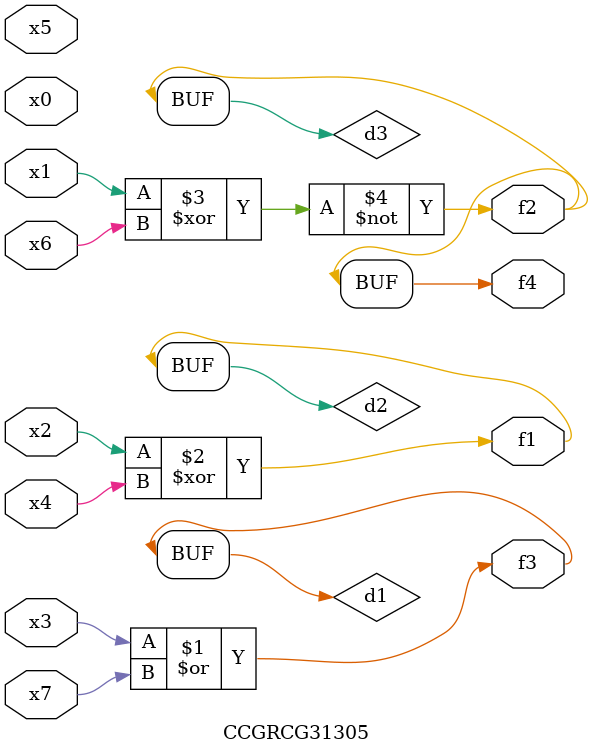
<source format=v>
module CCGRCG31305(
	input x0, x1, x2, x3, x4, x5, x6, x7,
	output f1, f2, f3, f4
);

	wire d1, d2, d3;

	or (d1, x3, x7);
	xor (d2, x2, x4);
	xnor (d3, x1, x6);
	assign f1 = d2;
	assign f2 = d3;
	assign f3 = d1;
	assign f4 = d3;
endmodule

</source>
